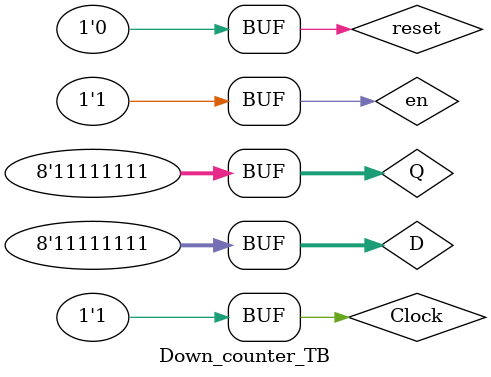
<source format=sv>
`timescale 1ns/1ns
module Down_counter_TB();	

logic Clock=1,reset,en=1;
logic [7:0]D=8'b11111111;
wire [7:0]Q;

Down_counter p(D,Clock,reset,en,Q);   


initial repeat(256) begin
 #300 Clock=~Clock;	
 #200 D=Q;
end

initial begin	
reset=1;
#170;
reset=0;
end

endmodule

</source>
